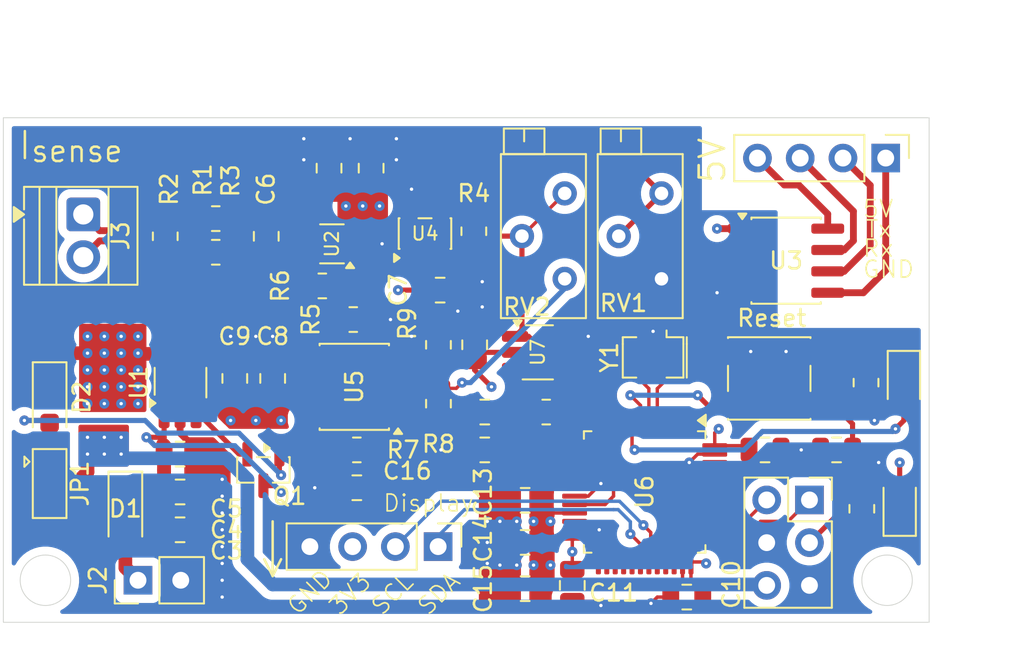
<source format=kicad_pcb>
(kicad_pcb (version 20241229) (generator "pcbnew") (generator_version "9.0")
  (layers (0 "F.Cu" signal) (4 "In1.Cu" signal) (6 "In2.Cu" signal) (2 "B.Cu" signal) (13 "F.Paste" user) (15 "B.Paste" user) (5 "F.SilkS" user "F.Silkscreen") (7 "B.SilkS" user "B.Silkscreen") (1 "F.Mask" user) (3 "B.Mask" user) (25 "Edge.Cuts" user))
  (net 0 "")
  (net 1 "+3.3V")
  (net 2 "GND")
  (net 3 "+5V")
  (net 4 "/~{RESET}")
  (net 5 "ADC_in")
  (net 6 "Trig")
  (net 7 "+5VD")
  (net 8 "+3.3VP")
  (net 9 "Net-(D3-K)")
  (net 10 "GPIO_LED")
  (net 11 "Net-(D4-K)")
  (net 12 "USB_TxD")
  (net 13 "USB_RxD")
  (net 14 "USB_GND")
  (net 15 "USB_+5")
  (net 16 "/SWDIO")
  (net 17 "/SWCLK")
  (net 18 "MCU_I2C_SCL")
  (net 19 "MCU_I2C_SDA")
  (net 20 "Net-(Q1-S)")
  (net 21 "V_{buf}")
  (net 22 "Current_measure")
  (net 23 "Trig_{gen}")
  (net 24 "MCU_TxD")
  (net 25 "MCU_RxD")
  (net 26 "REF_{offset}")
  (net 27 "V_{ref}")
  (net 46 "/xTAL-")
  (net 48 "/xTAL+")
  (net 57 "Net-(U2-+)")
  (net 58 "Net-(U2--)")
  (net 59 "Net-(R5-Pad2)")
  (net 60 "Net-(U5-+)")
  (net 61 "Net-(U5--)")
  (net 66 "/I_{sense}+")
  (net 67 "/I_{sense}-")
  (net 68 "Net-(C18-Pad1)")
  (net 69 "Net-(U4-+)")
  (net 70 "/V_{prog}")
  (footprint "Package_SO:SOIC-8_3.9x4.9mm_P1.27mm" (layer "F.Cu") (at 95.85 41 180)
    (property "Reference" "U5")
    (property "Value" "OPA350" (hide yes))
  )
  (footprint "Resistor_SMD:R_0805_2012Metric" (layer "F.Cu") (at 107.25 42.5 180)
    (property "Reference" "R10" (hide yes))
    (property "Value" "220")
  )
  (footprint "Capacitor_SMD:C_0805_2012Metric" (layer "F.Cu") (at 124.5 44.75 180)
    (property "Reference" "C17" (hide yes))
    (property "Value" "100n")
  )
  (footprint "Resistor_SMD:R_0805_2012Metric" (layer "F.Cu") (at 126 48.25 90)
    (property "Reference" "R11" (hide yes))
    (property "Value" "1k" (hide yes))
  )
  (footprint "Capacitor_SMD:C_0805_2012Metric" (layer "F.Cu") (at 96.85 28 90)
    (property "Reference" "C1" (hide yes))
    (property "Value" "0.1u" (hide yes))
  )
  (footprint "Potentiometer_THT:Potentiometer_Bourns_3296Z_Horizontal" (layer "F.Cu") (at 114.1 34.58 -90)
    (property "Reference" "RV1")
    (property "Value" "2k")
  )
  (footprint "Package_TO_SOT_SMD:SOT-23-5_HandSoldering" (layer "F.Cu") (at 106.75 38.95)
    (property "Reference" "U7")
    (property "Value" "OPA333xxDBV")
  )
  (footprint "Connector_PinSocket_2.54mm:PinSocket_2x03_P2.54mm_Vertical" (layer "F.Cu") (at 122.89 47.725)
    (property "Reference" "J5" (hide yes))
    (property "Value" "Conn_02x03_Counter_Clockwise")
  )
  (footprint "Resistor_SMD:R_0805_2012Metric" (layer "F.Cu") (at 100.85 38.5 90)
    (property "Reference" "R9")
    (property "Value" "100")
  )
  (footprint "Resistor_SMD:R_0805_2012Metric" (layer "F.Cu") (at 87.61875 31)
    (property "Reference" "R1")
    (property "Value" "1k" (hide yes))
  )
  (footprint "Diode_SMD:D_SOD-123F" (layer "F.Cu") (at 77.75 41.75 -90)
    (property "Reference" "D2")
    (property "Value" "MBR1020VL")
  )
  (footprint "Resistor_SMD:R_0805_2012Metric" (layer "F.Cu") (at 102.95 31.75 90)
    (property "Reference" "R4")
    (property "Value" "19.1k")
  )
  (footprint "Capacitor_SMD:C_0805_2012Metric" (layer "F.Cu") (at 108.8 52.8 -90)
    (property "Reference" "C11")
    (property "Value" "100n")
  )
  (footprint "Capacitor_SMD:C_0805_2012Metric" (layer "F.Cu") (at 91 40.5 90)
    (property "Reference" "C8")
    (property "Value" "0.1µ")
  )
  (footprint "Package_TO_SOT_SMD:SOT-363_SC-70-6_Handsoldering" (layer "F.Cu") (at 94.52 32.5 180)
    (property "Reference" "U2")
    (property "Value" "INA186")
  )
  (footprint "Capacitor_SMD:C_0805_2012Metric" (layer "F.Cu") (at 106 53 180)
    (property "Reference" "C15")
    (property "Value" "4.7u")
  )
  (footprint "Capacitor_SMD:C_0805_2012Metric" (layer "F.Cu") (at 120.25 44.75)
    (property "Reference" "C12" (hide yes))
    (property "Value" "100n")
  )
  (footprint "Capacitor_SMD:C_0805_2012Metric" (layer "F.Cu") (at 94.35 28 90)
    (property "Reference" "C2" (hide yes))
    (property "Value" "4.7u" (hide yes))
  )
  (footprint "LED_SMD:LED_0805_2012Metric_Pad1.15x1.40mm_HandSolder" (layer "F.Cu") (at 128.25 48 90)
    (property "Reference" "D3" (hide yes))
    (property "Value" "LED" (hide yes))
  )
  (footprint "Package_TO_SOT_SMD:SOT-23" (layer "F.Cu") (at 90.45 45.9375 -90)
    (property "Reference" "Q1")
    (property "Value" "Si2319CDS")
  )
  (footprint "Capacitor_SMD:C_0805_2012Metric" (layer "F.Cu") (at 106 50.25 180)
    (property "Reference" "C14")
    (property "Value" "1u")
  )
  (footprint "Resistor_SMD:R_0805_2012Metric" (layer "F.Cu") (at 96 44.75 180)
    (property "Reference" "R7")
    (property "Value" "10")
  )
  (footprint "Capacitor_SMD:C_0805_2012Metric" (layer "F.Cu") (at 85.5 49.5)
    (property "Reference" "C3")
    (property "Value" "10u")
  )
  (footprint "TerminalBlock:TerminalBlock_Xinya_XY308-2.54-2P_1x02_P2.54mm_Horizontal" (layer "F.Cu") (at 79.75 30.75 -90)
    (property "Reference" "J3")
    (property "Value" "Screw_Terminal_01x02" (hide yes))
  )
  (footprint "Diode_SMD:D_SOD-123F" (layer "F.Cu") (at 82.25 48.25 -90)
    (property "Reference" "D1")
    (property "Value" "MBR1020VL")
  )
  (footprint "Resistor_SMD:R_0805_2012Metric" (layer "F.Cu") (at 100.85 42 90)
    (property "Reference" "R8")
    (property "Value" "1.62M")
  )
  (footprint "Resistor_SMD:R_0805_2012Metric" (layer "F.Cu") (at 87.61875 33)
    (property "Reference" "R3")
    (property "Value" "1k" (hide yes))
  )
  (footprint "Connector_PinHeader_2.54mm:PinHeader_1x04_P2.54mm_Vertical" (layer "F.Cu") (at 127.42 27.4 -90)
    (property "Reference" "J1" (hide yes))
    (property "Value" "Conn_01x04_Pin" (hide yes))
  )
  (footprint "Package_TO_SOT_SMD:TSOT-23-5_HandSoldering" (layer "F.Cu") (at 85.5 40.75 90)
    (property "Reference" "U1")
    (property "Value" "MIC5365-3.3YD5")
  )
  (footprint "Jumper:SolderJumper-3_P1.3mm_Open_Pad1.0x1.5mm" (layer "F.Cu") (at 77.75 46.75 -90)
    (property "Reference" "JP1")
    (property "Value" "SolderJumper_3_Open")
  )
  (footprint "Capacitor_SMD:C_0805_2012Metric" (layer "F.Cu") (at 88.75 40.5 90)
    (property "Reference" "C9")
    (property "Value" "4.7µ")
  )
  (footprint "Capacitor_SMD:C_0805_2012Metric" (layer "F.Cu") (at 106 47.75 180)
    (property "Reference" "C13")
    (property "Value" "100n")
  )
  (footprint "Package_TO_SOT_SMD:SOT-23-5" (layer "F.Cu") (at 100.05 31.8875 90)
    (property "Reference" "U4")
    (property "Value" "OPA333xxDBV" (hide yes))
  )
  (footprint "Capacitor_SMD:C_0805_2012Metric" (layer "F.Cu") (at 115.6 53.5 180)
    (property "Reference" "C10")
    (property "Value" "100n")
  )
  (footprint "Connector_PinHeader_2.54mm:PinHeader_1x02_P2.54mm_Vertical" (layer "F.Cu") (at 83 52.5 90)
    (property "Reference" "J2")
    (property "Value" "Conn_01x02" (hide yes))
  )
  (footprint "Crystal:Resonator_SMD_Murata_CSTxExxV-3Pin_3.0x1.1mm" (layer "F.Cu") (at 113.6 39.25 180)
    (property "Reference" "Y1")
    (property "Value" "8MHz")
  )
  (footprint "Potentiometer_THT:Potentiometer_Bourns_3296Z_Horizontal" (layer "F.Cu") (at 108.35 34.58 -90)
    (property "Reference" "RV2")
    (property "Value" "2k")
  )
  (footprint "Capacitor_SMD:C_0805_2012Metric" (layer "F.Cu") (at 103.6 44.75 180)
    (property "Reference" "C19" (hide yes))
    (property "Value" "10n")
  )
  (footprint "Resistor_SMD:R_0805_2012Metric" (layer "F.Cu") (at 95.7875 37 180)
    (property "Reference" "R5")
    (property "Value" "100k")
  )
  (footprint "Package_QFP:LQFP-48_7x7mm_P0.5mm" (layer "F.Cu") (at 113.1 47.25 -90)
    (property "Reference" "U6")
    (property "Value" "STM32G431C8Tx")
  )
  (footprint "LED_SMD:LED_0805_2012Metric_Pad1.15x1.40mm_HandSolder" (layer "F.Cu") (at 128.5 40.725 -90)
    (property "Reference" "D4" (hide yes))
    (property "Value" "LED" (hide yes))
  )
  (footprint "Capacitor_SMD:C_0805_2012Metric" (layer "F.Cu") (at 85.5 45)
    (property "Reference" "C5")
    (property "Value" "100n")
  )
  (footprint "Capacitor_SMD:C_0805_2012Metric" (layer "F.Cu") (at 96 47 180)
    (property "Reference" "C16")
    (property "Value" "0.1µ")
  )
  (footprint "Capacitor_SMD:C_0805_2012Metric" (layer "F.Cu") (at 100.95 35.25)
    (property "Reference" "C7")
    (property "Value" "100n" (hide yes))
  )
  (footprint "Capacitor_SMD:C_0805_2012Metric" (layer "F.Cu") (at 103 38.5 90)
    (property "Reference" "C20" (hide yes))
    (property "Value" "100n")
  )
  (footprint "Package_SO:SOIC-8_3.9x4.9mm_P1.27mm" (layer "F.Cu") (at 121.5 33.5)
    (property "Reference" "U3")
    (property "Value" "ISO652")
  )
  (footprint "Connector_PinHeader_2.54mm:PinHeader_1x04_P2.54mm_Vertical" (layer "F.Cu") (at 100.83 50.5 -90)
    (property "Reference" "J6" (hide yes))
    (property "Value" "Conn_01x04")
  )
  (footprint "Capacitor_SMD:C_0805_2012Metric" (layer "F.Cu") (at 85.5 47.25)
    (property "Reference" "C4")
    (property "Value" "1u")
  )
  (footprint "Capacitor_SMD:C_0805_2012Metric" (layer "F.Cu") (at 90.61875 32.05 -90)
    (property "Reference" "C6")
    (property "Value" "22n" (hide yes))
  )
  (footprint "Capacitor_SMD:C_0805_2012Metric" (layer "F.Cu") (at 103.6 42.5 180)
    (property "Reference" "C18" (hide yes))
    (property "Value" "100n")
  )
  (footprint "Button_Switch_SMD:SW_SPST_PTS647_Sx38" (layer "F.Cu") (at 120.5 40.5)
    (property "Reference" "SW1" (hide yes))
    (property "Value" "SW_Push")
  )
  (footprint "Resistor_SMD:R_0805_2012Metric" (layer "F.Cu") (at 93.95 35)
    (property "Reference" "R6")
    (property "Value" "10k")
  )
  (footprint "Resistor_SMD:R_0805_2012Metric" (layer "F.Cu") (at 84.61875 32.05 -90)
    (property "Reference" "R2")
    (property "Value" "100" (hide yes))
  )
  (footprint "Resistor_SMD:R_0805_2012Metric" (layer "F.Cu") (at 126.25 40.75 -90)
    (property "Reference" "R12" (hide yes))
    (property "Value" "1k")
  )
  (gr_line (start 91.5 51.25) (end 91 52.25) (stroke (width 0.15)) (layer "F.SilkS"))
  (gr_line (start 90.5 51.25) (end 91 52.25) (stroke (width 0.15)) (layer "F.SilkS"))
  (gr_line (start 91 49) (end 91 52.25) (stroke (width 0.15)) (layer "F.SilkS"))
  (gr_rect (start 75 25) (end 130 55) (stroke (width 0.05)) (fill no) (layer "Edge.Cuts"))
  (gr_circle (center 77.5 52.5) (end 79 52.5) (stroke (width 0.05)) (fill no) (layer "Edge.Cuts"))
  (gr_circle (center 127.5 52.5) (end 127.5 54) (stroke (width 0.05)) (fill no) (layer "Edge.Cuts"))
  (gr_text "Display" (at 97.5 48.5 0) (layer "F.SilkS") (effects (font (size 1 1) (thickness 0.1)) (justify left bottom)))
  (gr_text "GND" (at 126 34.6 0) (layer "F.SilkS") (effects (font (size 1 1) (thickness 0.1)) (justify left bottom)))
  (gr_text "GND" (at 92.5 54.75 45) (layer "F.SilkS") (effects (font (size 1 1) (thickness 0.1)) (justify left bottom)))
  (gr_text "Tx" (at 126.15 32.2 0) (layer "F.SilkS") (effects (font (size 1 1) (thickness 0.1)) (justify left bottom)))
  (gr_text "Rx" (at 126 33.35 0) (layer "F.SilkS") (effects (font (size 1 1) (thickness 0.1)) (justify left bottom)))
  (gr_text "SCL" (at 97.5 54.75 45) (layer "F.SilkS") (effects (font (size 1 1) (thickness 0.1)) (justify left bottom)))
  (gr_text "I_{sense}" (at 75.8 27.6 0) (layer "F.SilkS") (effects (font (size 1.6 1.6)) (justify left bottom)))
  (gr_text "Reset" (at 118.5 37.5 0) (layer "F.SilkS") (effects (font (size 1 1)) (justify left bottom)))
  (gr_text "5V\n" (at 118 29 90) (layer "F.SilkS") (effects (font (size 1.5 1.5) (thickness 0.16)) (justify left bottom)))
  (gr_text "3V3" (at 95 54.75 45) (layer "F.SilkS") (effects (font (size 1 1) (thickness 0.1)) (justify left bottom)))
  (gr_text "5V\n" (at 126 31 0) (layer "F.SilkS") (effects (font (size 1 1) (thickness 0.1)) (justify left bottom)))
  (gr_text "SDA" (at 100.25 54.75 45) (layer "F.SilkS") (effects (font (size 1 1) (thickness 0.1)) (justify left bottom)))
  (segment (start 103 40) (end 104 41) (width 0.3048) (layer "F.Cu") (net 1))
  (segment (start 108.8 50.1375) (end 108.9375 50) (width 0.2032) (layer "F.Cu") (net 1))
  (segment (start 117.2625 44.5) (end 119.05 44.5) (width 0.2032) (layer "F.Cu") (net 1))
  (segment (start 100 35.25) (end 98.45 35.25) (width 0.3048) (layer "F.Cu") (net 1))
  (segment (start 128.25 46.975) (end 128.25 45.5) (width 0.3048) (layer "F.Cu") (net 1))
  (segment (start 100 33.075) (end 100.05 33.025) (width 0.3048) (layer "F.Cu") (net 1))
  (segment (start 108.8 51.85) (end 108.8 50.1375) (width 0.2032) (layer "F.Cu") (net 1))
  (segment (start 103 39.45) (end 103.5 38.95) (width 0.3048) (layer "F.Cu") (net 1))
  (segment (start 107.7 48.5) (end 106.95 47.75) (width 0.2032) (layer "F.Cu") (net 1))
  (segment (start 117.2625 43.7375) (end 117.5 43.5) (width 0.2032) (layer "F.Cu") (net 1))
  (segment (start 77.75 40.35) (end 77.75 39.75) (width 0.8128) (layer "F.Cu") (net 1))
  (segment (start 116.6625 51.4125) (end 116.75 51.5) (width 0.2032) (layer "F.Cu") (net 1))
  (segment (start 91.185 41.635) (end 91 41.45) (width 0.4064) (layer "F.Cu") (net 1))
  (segment (start 103.5 38.95) (end 105.4 38.95) (width 0.3048) (layer "F.Cu") (net 1))
  (segment (start 115.85 51.4125) (end 115.85 52.8) (width 0.2032) (layer "F.Cu") (net 1))
  (segment (start 84.55 39.04) (end 83.04 39.04) (width 0.8128) (layer "F.Cu") (net 1))
  (segment (start 115.85 51.4125) (end 116.6625 51.4125) (width 0.2032) (layer "F.Cu") (net 1))
  (segment (start 78.5 39) (end 80 39) (width 0.8128) (layer "F.Cu") (net 1))
  (segment (start 100 35.25) (end 100 33.075) (width 0.3048) (layer "F.Cu") (net 1))
  (segment (start 103 39.45) (end 103 40) (width 0.3048) (layer "F.Cu") (net 1))
  (segment (start 119.05 44.5) (end 119.3 44.75) (width 0.2032) (layer "F.Cu") (net 1))
  (segment (start 115.85 52.8) (end 116.55 53.5) (width 0.2032) (layer "F.Cu") (net 1))
  (segment (start 83.04 39.04) (end 83 39) (width 0.8128) (layer "F.Cu") (net 1))
  (segment (start 77.75 39.75) (end 78.5 39) (width 0.8128) (layer "F.Cu") (net 1))
  (segment (start 108.9375 48.5) (end 107.7 48.5) (width 0.2032) (layer "F.Cu") (net 1))
  (segment (start 117.4 31.595) (end 119.025 31.595) (width 0.4064) (layer "F.Cu") (net 1))
  (segment (start 117.2625 44.5) (end 117.2625 43.7375) (width 0.2032) (layer "F.Cu") (net 1))
  (via (at 82 39) (size 0.6) (drill 0.2) (layers "F.Cu" "B.Cu") (net 1))
  (via (at 117.5 43.5) (size 0.6) (drill 0.2) (layers "F.Cu" "B.Cu") (net 1))
  (via (at 107.5 51.6) (size 0.6) (drill 0.2) (layers "F.Cu" "B.Cu") (net 1))
  (via (at 83 39) (size 0.6) (drill 0.2) (layers "F.Cu" "B.Cu") (net 1))
  (via (at 98.45 35.25) (size 0.6) (drill 0.2) (layers "F.Cu" "B.Cu") (net 1))
  (via (at 81 41) (size 0.6) (drill 0.2) (layers "F.Cu" "B.Cu") (net 1))
  (via (at 80 41) (size 0.6) (drill 0.2) (layers "F.Cu" "B.Cu") (net 1))
  (via (at 81 38) (size 0.6) (drill 0.2) (layers "F.Cu" "B.Cu") (net 1))
  (via (at 80 40) (size 0.6) (drill 0.2) (layers "F.Cu" "B.Cu") (net 1))
  (via (at 107.5 49) (size 0.6) (drill 0.2) (layers "F.Cu" "B.Cu") (net 1))
  (via (at 80 42) (size 0.6) (drill 0.2) (layers "F.Cu" "B.Cu") (net 1))
  (via (at 116.75 51.5) (size 0.6) (drill 0.2) (layers "F.Cu" "B.Cu") (net 1))
  (via (at 96.35 30.25) (size 0.6) (drill 0.2) (layers "F.Cu" "B.Cu") (net 1))
  (via (at 83 41) (size 0.6) (drill 0.2) (layers "F.Cu" "B.Cu") (net 1))
  (via (at 80 39) (size 0.6) (drill 0.2) (layers "F.Cu" "B.Cu") (net 1))
  (via (at 83 40) (size 0.6) (drill 0.2) (layers "F.Cu" "B.Cu") (net 1))
  (via (at 108.8 50.8) (size 0.6) (drill 0.2) (layers "F.Cu" "B.Cu") (net 1))
  (via (at 117.4 31.595) (size 0.6) (drill 0.2) (layers "F.Cu" "B.Cu") (net 1))
  (via (at 104 41) (size 0.6) (drill 0.2) (layers "F.Cu" "B.Cu") (net 1))
  (via (at 97.35 30.25) (size 0.6) (drill 0.2) (layers "F.Cu" "B.Cu") (net 1))
  (via (at 82 38) (size 0.6) (drill 0.2) (layers "F.Cu" "B.Cu") (net 1))
  (via (at 91.5 43) (size 0.6) (drill 0.2) (layers "F.Cu" "B.Cu") (net 1))
  (via (at 81 42) (size 0.6) (drill 0.2) (layers "F.Cu" "B.Cu") (net 1))
  (via (at 81 40) (size 0.6) (drill 0.2) (layers "F.Cu" "B.Cu") (net 1))
  (via (at 88.5 43) (size 0.6) (drill 0.2) (layers "F.Cu" "B.Cu") (net 1))
  (via (at 81 39) (size 0.6) (drill 0.2) (layers "F.Cu" "B.Cu") (net 1))
  (via (at 82 41) (size 0.6) (drill 0.2) (layers "F.Cu" "B.Cu") (net 1))
  (via (at 80 38) (size 0.6) (drill 0.2) (layers "F.Cu" "B.Cu") (net 1))
  (via (at 82 40) (size 0.6) (drill 0.2) (layers "F.Cu" "B.Cu") (net 1))
  (via (at 95.35 30.25) (size 0.6) (drill 0.2) (layers "F.Cu" "B.Cu") (net 1))
  (via (at 83 42) (size 0.6) (drill 0.2) (layers "F.Cu" "B.Cu") (net 1))
  (via (at 90 43) (size 0.6) (drill 0.2) (layers "F.Cu" "B.Cu") (net 1))
  (via (at 82 42) (size 0.6) (drill 0.2) (layers "F.Cu" "B.Cu") (net 1))
  (via (at 83 38) (size 0.6) (drill 0.2) (layers "F.Cu" "B.Cu") (net 1))
  (via (at 106.5 49) (size 0.6) (drill 0.2) (layers "F.Cu" "B.Cu") (net 1))
  (via (at 106.5 51.6) (size 0.6) (drill 0.2) (layers "F.Cu" "B.Cu") (net 1))
  (via (at 128.25 45.5) (size 0.6) (drill 0.2) (layers "F.Cu" "B.Cu") (net 1))
  (segment (start 97.4976 32.5) (end 97.5 32.4976) (width 0.2032) (layer "F.Cu") (net 2))
  (segment (start 110.4 49.5) (end 108.9375 49.5) (width 0.2032) (layer "F.Cu") (net 2))
  (segment (start 108.8 53.75) (end 110.25 53.75) (width 0.2032) (layer "F.Cu") (net 2))
  (segment (start 102.65 44.75) (end 101 44.75) (width 0.3048) (layer "F.Cu") (net 2))
  (segment (start 108.9375 47.5) (end 109.75 47.5) (width 0.2032) (layer "F.Cu") (net 2))
  (segment (start 99.1 30.75) (end 99.1 29.4) (width 0.2032) (layer "F.Cu") (net 2))
  (segment (start 95.85 32.5) (end 97.4976 32.5) (width 0.2032) (layer "F.Cu") (net 2))
  (segment (start 122.4 44.75) (end 121.2 44.75) (width 0.2032) (layer "F.Cu") (net 2))
  (segment (start 117.875 38.9) (end 119.4 38.9) (width 0.3048) (layer "F.Cu") (net 2))
  (segment (start 99.1 29.4) (end 99.25 29.25) (width 0.2032) (layer "F.Cu") (net 2))
  (segment (start 95.05 47) (end 93.5 47) (width 0.3048) (layer "F.Cu") (net 2))
  (segment (start 113.85 53.5) (end 114.65 53.5) (width 0.2032) (layer "F.Cu") (net 2))
  (segment (start 85.5 42.46) (end 85.5 43.75) (width 0.4064) (layer "F.Cu") (net 2))
  (segment (start 126 46.5) (end 127 45.5) (width 0.3048) (layer "F.Cu") (net 2))
  (segment (start 126 47.3375) (end 126 46.5) (width 0.3048) (layer "F.Cu") (net 2))
  (segment (start 115.35 52.8) (end 114.65 53.5) (width 0.2032) (layer "F.Cu") (net 2))
  (segment (start 122.4 44.75) (end 123.55 44.75) (width 0.2032) (layer "F.Cu") (net 2))
  (segment (start 86.45 44.7) (end 86.45 45) (width 0.4064) (layer "F.Cu") (net 2))
  (segment (start 85.5 43.75) (end 86.45 44.7) (width 0.4064) (layer "F.Cu") (net 2))
  (segment (start 113.6 37.7016) (end 113.6 39.25) (width 0.3048) (layer "F.Cu") (net 2))
  (segment (start 113.475 53.875) (end 113.85 53.5) (width 0.2032) (layer "F.Cu") (net 2))
  (segment (start 108.1 38) (end 109.75 38) (width 0.3048) (layer "F.Cu") (net 2))
  (segment (start 110.25 53.75) (end 110.5 54) (width 0.2032) (layer "F.Cu") (net 2))
  (segment (start 116.25 45) (end 115.75 45.5) (width 0.2032) (layer "F.Cu") (net 2))
  (segment (start 117.2625 45) (end 116.25 45) (width 0.2032) (layer "F.Cu") (net 2))
  (segment (start 126.25 42.5) (end 126.75 43) (width 0.3048) (layer "F.Cu") (net 2))
  (segment (start 123.125 38.9) (end 121.5 38.9) (width 0.3048) (layer "F.Cu") (net 2))
  (segment (start 117.4 35.405) (end 119.025 35.405) (width 0.4064) (layer "F.Cu") (net 2))
  (segment (start 115.35 51.4125) (end 115.35 52.8) (width 0.2032) (layer "F.Cu") (net 2))
  (segment (start 109.75 47.5) (end 110.5 46.75) (width 0.2032) (layer "F.Cu") (net 2))
  (segment (start 126.25 41.6625) (end 126.25 42.5) (width 0.3048) (layer "F.Cu") (net 2))
  (via (at 88 46.5) (size 0.6) (drill 0.2) (layers "F.Cu" "B.Cu") (net 2))
  (via (at 103.45 34.75) (size 0.6) (drill 0.2) (layers "F.Cu" "B.Cu") (net 2))
  (via (at 90 38) (size 0.6) (drill 0.2) (layers "F.Cu" "B.Cu") (net 2))
  (via (at 92.85 27.5) (size 0.6) (drill 0.2) (layers "F.Cu" "B.Cu") (net 2))
  (via (at 88 47.5) (size 0.6) (drill 0.2) (layers "F.Cu" "B.Cu") (net 2))
  (via (at 122.4 44.75) (size 0.6) (drill 0.2) (layers "F.Cu" "B.Cu") (net 2))
  (via (at 121.5 38.9) (size 0.6) (drill 0.2) (layers "F.Cu" "B.Cu") (net 2))
  (via (at 88.5 38) (size 0.6) (drill 0.2) (layers "F.Cu" "B.Cu") (net 2))
  (via (at 104.5 49) (size 0.6) (drill 0.2) (layers "F.Cu" "B.Cu") (net 2))
  (via (at 119.4 38.9) (size 0.6) (drill 0.2) (layers "F.Cu" "B.Cu") (net 2))
  (via (at 98.35 26.25) (size 0.6) (drill 0.2) (layers "F.Cu" "B.Cu") (net 2))
  (via (at 101 44.75) (size 0.6) (drill 0.2) (layers "F.Cu" "B.Cu") (net 2))
  (via (at 105.5 49) (size 0.6) (drill 0.2) (layers "F.Cu" "B.Cu") (net 2))
  (via (at 88 50.5) (size 0.6) (drill 0.2) (layers "F.Cu" "B.Cu") (net 2))
  (via (at 99.25 38) (size 0.6) (drill 0.2) (layers "F.Cu" "B.Cu") (net 2))
  (via (at 110.5 46.75) (size 0.6) (drill 0.2) (layers "F.Cu" "B.Cu") (net 2))
  (via (at 103.75 51.5) (size 0.6) (drill 0.2) (layers "F.Cu" "B.Cu") (net 2))
  (via (at 88 49.5) (size 0.6) (drill 0.2) (layers "F.Cu" "B.Cu") (net 2))
  (via (at 93.5 47) (size 0.6) (drill 0.2) (layers "F.Cu" "B.Cu") (net 2))
  (via (at 103.75 50.25) (size 0.6) (drill 0.2) (layers "F.Cu" "B.Cu") (net 2))
  (via (at 92.85 26.25) (size 0.6) (drill 0.2) (layers "F.Cu" "B.Cu") (net 2))
  (via (at 91 38) (size 0.6) (drill 0.2) (layers "F.Cu" "B.Cu") (net 2))
  (via (at 110.5 54) (size 0.6) (drill 0.2) (layers "F.Cu" "B.Cu") (net 2))
  (via (at 95.6 26.25) (size 0.6) (drill 0.2) (layers "F.Cu" "B.Cu") (net 2))
  (via (at 88 51.5) (size 0.6) (drill 0.2) (layers "F.Cu" "B.Cu") (net 2))
  (via (at 88 52.5) (size 0.6) (drill 0.2) (layers "F.Cu" "B.Cu") (net 2))
  (via (at 117.4 35.405) (size 0.6) (drill 0.2) (layers "F.Cu" "B.Cu") (net 2))
  (via (at 110.4 49.5) (size 0.6) (drill 0.2) (layers "F.Cu" "B.Cu") (net 2))
  (via (at 102 36.5) (size 0.6) (drill 0.2) (layers "F.Cu" "B.Cu") (net 2))
  (via (at 105.5 51.6) (size 0.6) (drill 0.2) (layers "F.Cu" "B.Cu") (net 2))
  (via (at 127 45.5) (size 0.6) (drill 0.2) (layers "F.Cu" "B.Cu") (net 2))
  (via (at 99.25 29.25) (size 0.6) (drill 0.2) (layers "F.Cu" "B.Cu") (net 2))
  (via (at 103.75 49) (size 0.6) (drill 0.2) (layers "F.Cu" "B.Cu") (net 2))
  (via (at 109.75 38) (size 0.6) (drill 0.2) (layers "F.Cu" "B.Cu") (net 2))
  (via (at 103.45 36.25) (size 0.6) (drill 0.2) (layers "F.Cu" "B.Cu") (net 2))
  (via (at 88 53.5) (size 0.6) (drill 0.2) (layers "F.Cu" "B.Cu") (net 2))
  (via (at 113.6 37.7016) (size 0.6) (drill 0.2) (layers "F.Cu" "B.Cu") (net 2))
  (via (at 104.5 51.6) (size 0.6) (drill 0.2) (layers "F.Cu" "B.Cu") (net 2))
  (via (at 113.475 53.875) (size 0.6) (drill 0.2) (layers "F.Cu" "B.Cu") (net 2))
  (via (at 126.75 43) (size 0.6) (drill 0.2) (layers "F.Cu" "B.Cu") (net 2))
  (via (at 98.35 27.5) (size 0.6) (drill 0.2) (layers "F.Cu" "B.Cu") (net 2))
  (via (at 115.75 45.5) (size 0.6) (drill 0.2) (layers "F.Cu" "B.Cu") (net 2))
  (via (at 98 37) (size 0.6) (drill 0.2) (layers "F.Cu" "B.Cu") (net 2))
  (via (at 97.5 32.4976) (size 0.6) (drill 0.2) (layers "F.Cu" "B.Cu") (net 2))
  (via (at 88 48.5) (size 0.6) (drill 0.2) (layers "F.Cu" "B.Cu") (net 2))
  (segment (start 91.125 46.875) (end 91.5 47.25) (width 0.3048) (layer "F.Cu") (net 3))
  (segment (start 80.9 46.85) (end 82.25 46.85) (width 0.8128) (layer "F.Cu") (net 3))
  (segment (start 84.55 47.25) (end 84.55 45) (width 0.8128) (layer "F.Cu") (net 3))
  (segment (start 84.55 49.5) (end 84.55 47.25) (width 0.8128) (layer "F.Cu") (net 3))
  (segment (start 84.55 44) (end 84.55 45) (width 0.3048) (layer "F.Cu") (net 3))
  (segment (start 84.55 45) (end 84.55 44.489256) (width 0.8128) (layer "F.Cu") (net 3))
  (segment (start 84.55 44.489256) (end 84.4862 44.425456) (width 0.8128) (layer "F.Cu") (net 3))
  (segment (start 84.55 45.95) (end 84.55 45) (width 0.8128) (layer "F.Cu") (net 3))
  (segment (start 84.55 42.46) (end 84.55 44) (width 0.3048) (layer "F.Cu") (net 3))
  (segment (start 84.55 47.25) (end 84.55 45.95) (width 0.8128) (layer "F.Cu") (net 3))
  (segment (start 77.75 48.05) (end 79.7 48.05) (width 0.8128) (layer "F.Cu") (net 3))
  (segment (start 84.6784 46.0784) (end 84.55 45.95) (width 0.3048) (layer "F.Cu") (net 3))
  (segment (start 83.5 44) (end 84.55 44) (width 0.3048) (layer "F.Cu") (net 3))
  (segment (start 90.45 46.875) (end 91.125 46.875) (width 0.3048) (layer "F.Cu") (net 3))
  (segment (start 82.65 47.25) (end 84.55 47.25) (width 0.8128) (layer "F.Cu") (net 3))
  (segment (start 79.7 48.05) (end 80.9 46.85) (width 0.8128) (layer "F.Cu") (net 3))
  (segment (start 82.25 46.85) (end 82.65 47.25) (width 0.8128) (layer "F.Cu") (net 3))
  (via (at 91.5 47.25) (size 0.6) (drill 0.2) (layers "F.Cu" "B.Cu") (net 3))
  (via (at 83.5 44) (size 0.6) (drill 0.2) (layers "F.Cu" "B.Cu") (net 3))
  (segment (start 88.75 44.5) (end 88.57452 44.5) (width 0.3048) (layer "B.Cu") (net 3))
  (segment (start 88.57452 44.5) (end 88.564719 44.4902) (width 0.3048) (layer "B.Cu") (net 3))
  (segment (start 88.564719 44.4902) (end 83.9902 44.4902) (width 0.3048) (layer "B.Cu") (net 3))
  (segment (start 83.9902 44.4902) (end 83.5 44) (width 0.3048) (layer "B.Cu") (net 3))
  (segment (start 91.5 47.25) (end 88.75 44.5) (width 0.3048) (layer "B.Cu") (net 3))
  (segment (start 117.875 42.1) (end 116.85 42.1) (width 0.3048) (layer "F.Cu") (net 4))
  (segment (start 122.89 50.265) (end 124.75 48.405) (width 0.3048) (layer "F.Cu") (net 4))
  (segment (start 124.35 42.1) (end 123.125 42.1) (width 0.3048) (layer "F.Cu") (net 4))
  (segment (start 112.85 42.1) (end 112.85 43.0875) (width 0.2032) (layer "F.Cu") (net 4))
  (segment (start 125.45 44.75) (end 125.45 43.2) (width 0.3048) (layer "F.Cu") (net 4))
  (segment (start 124.75 45.45) (end 125.45 44.75) (width 0.3048) (layer "F.Cu") (net 4))
  (segment (start 124.75 48.405) (end 124.75 45.45) (width 0.3048) (layer "F.Cu") (net 4))
  (segment (start 112.25 41.5) (end 112.85 42.1) (width 0.2032) (layer "F.Cu") (net 4))
  (segment (start 116.85 42.1) (end 116.25 41.5) (width 0.3048) (layer "F.Cu") (net 4))
  (segment (start 125.45 43.2) (end 124.35 42.1) (width 0.3048) (layer "F.Cu") (net 4))
  (segment (start 123.125 42.1) (end 117.875 42.1) (width 0.3048) (layer "F.Cu") (net 4))
  (via (at 116.25 41.5) (size 0.6) (drill 0.2) (layers "F.Cu" "B.Cu") (net 4))
  (via (at 112.25 41.5) (size 0.6) (drill 0.2) (layers "F.Cu" "B.Cu") (net 4))
  (segment (start 116.25 41.5) (end 112.25 41.5) (width 0.3048) (layer "B.Cu") (net 4))
  (segment (start 106.1 46.4) (end 97.55 46.4) (width 0.3048) (layer "F.Cu") (net 5))
  (segment (start 96.9125 44.75) (end 96.9125 46.9625) (width 0.3048) (layer "F.Cu") (net 5))
  (segment (start 108.9375 45) (end 107.5 45) (width 0.2032) (layer "F.Cu") (net 5))
  (segment (start 97.55 46.4) (end 96.95 47) (width 0.3048) (layer "F.Cu") (net 5))
  (segment (start 96.9125 46.9625) (end 96.95 47) (width 0.3048) (layer "F.Cu") (net 5))
  (segment (start 107.5 45) (end 106.1 46.4) (width 0.3048) (layer "F.Cu") (net 5))
  (segment (start 100.85 42.9125) (end 102.2375 42.9125) (width 0.3048) (layer "F.Cu") (net 6))
  (segment (start 102.2375 42.9125) (end 102.65 42.5) (width 0.3048) (layer "F.Cu") (net 6))
  (segment (start 82.25 49.65) (end 82.25 51.75) (width 0.8128) (layer "F.Cu") (net 7))
  (segment (start 82.25 51.75) (end 83 52.5) (width 0.8128) (layer "F.Cu") (net 7))
  (segment (start 77.6 43) (end 77.75 43.15) (width 0.3048) (layer "F.Cu") (net 8))
  (segment (start 91.4 46.15) (end 91.5 46.25) (width 0.3048) (layer "F.Cu") (net 8))
  (segment (start 77.75 45.45) (end 77.75 43.15) (width 0.8128) (layer "F.Cu") (net 8))
  (segment (start 91.4 45) (end 91.4 46.15) (width 0.3048) (layer "F.Cu") (net 8))
  (segment (start 76.25 43) (end 77.6 43) (width 0.3048) (layer "F.Cu") (net 8))
  (via (at 76.25 43) (size 0.6) (drill 0.2) (layers "F.Cu" "B.Cu") (net 8))
  (via (at 91.5 46.25) (size 0.6) (drill 0.2) (layers "F.Cu" "B.Cu") (net 8))
  (segment (start 91.5 46.25) (end 89 43.75) (width 0.3048) (layer "B.Cu") (net 8))
  (segment (start 84.174048 43.75) (end 83.424048 43) (width 0.3048) (layer "B.Cu") (net 8))
  (segment (start 83.424048 43) (end 76.25 43) (width 0.3048) (layer "B.Cu") (net 8))
  (segment (start 89 43.75) (end 84.174048 43.75) (width 0.3048) (layer "B.Cu") (net 8))
  (segment (start 128.25 49.025) (end 126.1375 49.025) (width 0.3048) (layer "F.Cu") (net 9))
  (segment (start 126.1375 49.025) (end 126 49.1625) (width 0.3048) (layer "F.Cu") (net 9))
  (segment (start 112.35 43.0875) (end 112.35 44.6) (width 0.2032) (layer "F.Cu") (net 10))
  (segment (start 112.35 44.6) (end 112.5 44.75) (width 0.2032) (layer "F.Cu") (net 10))
  (segment (start 128.5 43) (end 128 43.5) (width 0.3048) (layer "F.Cu") (net 10))
  (segment (start 128.5 41.75) (end 128.5 43) (width 0.3048) (layer "F.Cu") (net 10))
  (via (at 128 43.5) (size 0.6) (drill 0.2) (layers "F.Cu" "B.Cu") (net 10))
  (via (at 112.5 44.75) (size 0.6) (drill 0.2) (layers "F.Cu" "B.Cu") (net 10))
  (segment (start 119 44.75) (end 112.5 44.75) (width 0.3048) (layer "B.Cu") (net 10))
  (segment (start 127.8466 43.6534) (end 120.0966 43.6534) (width 0.3048) (layer "B.Cu") (net 10))
  (segment (start 120.0966 43.6534) (end 119 44.75) (width 0.3048) (layer "B.Cu") (net 10))
  (segment (start 128 43.5) (end 127.8466 43.6534) (width 0.3048) (layer "B.Cu") (net 10))
  (segment (start 128.3625 39.8375) (end 128.5 39.7) (width 0.3048) (layer "F.Cu") (net 11))
  (segment (start 126.25 39.8375) (end 128.3625 39.8375) (width 0.3048) (layer "F.Cu") (net 11))
  (segment (start 124.949999 32.865) (end 125.5 32.314999) (width 0.4064) (layer "F.Cu") (net 12))
  (segment (start 125.5 32.314999) (end 125.5 30.56) (width 0.4064) (layer "F.Cu") (net 12))
  (segment (start 123.975 32.865) (end 124.949999 32.865) (width 0.4064) (layer "F.Cu") (net 12))
  (segment (start 125.5 30.56) (end 122.34 27.4) (width 0.4064) (layer "F.Cu") (net 12))
  (segment (start 126.5 32.584999) (end 126.5 29.02) (width 0.4064) (layer "F.Cu") (net 13))
  (segment (start 124.949999 34.135) (end 126.5 32.584999) (width 0.4064) (layer "F.Cu") (net 13))
  (segment (start 123.975 34.135) (end 124.949999 34.135) (width 0.4064) (layer "F.Cu") (net 13))
  (segment (start 126.5 29.02) (end 124.88 27.4) (width 0.4064) (layer "F.Cu") (net 13))
  (segment (start 127.42 34.08) (end 127.42 27.4) (width 0.4064) (layer "F.Cu") (net 14))
  (segment (start 123.975 35.405) (end 126.095 35.405) (width 0.4064) (layer "F.Cu") (net 14))
  (segment (start 126.095 35.405) (end 127.42 34.08) (width 0.4064) (layer "F.Cu") (net 14))
  (segment (start 119.8 27.4) (end 121.4 29) (width 0.4064) (layer "F.Cu") (net 15))
  (segment (start 121.4 29) (end 122.25 29) (width 0.4064) (layer "F.Cu") (net 15))
  (segment (start 122.25 29) (end 123.975 30.725) (width 0.4064) (layer "F.Cu") (net 15))
  (segment (start 123.975 30.725) (end 123.975 31.595) (width 0.4064) (layer "F.Cu") (net 15))
  (segment (start 119.984977 49) (end 121.615 49) (width 0.2032) (layer "F.Cu") (net 16))
  (segment (start 118.984977 50) (end 119.984977 49) (width 0.2032) (layer "F.Cu") (net 16))
  (segment (start 117.2625 50) (end 118.984977 50) (width 0.2032) (layer "F.Cu") (net 16))
  (segment (start 121.615 49) (end 122.89 47.725) (width 0.2032) (layer "F.Cu") (net 16))
  (segment (start 118.575 49.5) (end 117.2625 49.5) (width 0.2032) (layer "F.Cu") (net 17))
  (segment (start 120.35 47.725) (end 118.575 49.5) (width 0.2032) (layer "F.Cu") (net 17))
  (segment (start 113.460002 50.528912) (end 113.35 50.638914) (width 0.2032) (layer "F.Cu") (net 18))
  (segment (start 113.460002 49.660002) (end 113.460002 50.528912) (width 0.2032) (layer "F.Cu") (net 18))
  (segment (start 113.025 49.225) (end 113.460002 49.660002) (width 0.2032) (layer "F.Cu") (net 18))
  (segment (start 113.35 50.638914) (end 113.35 51.4125) (width 0.2032) (layer "F.Cu") (net 18))
  (via (at 113.025 49.225) (size 0.6) (drill 0.2) (layers "F.Cu" "B.Cu") (net 18))
  (segment (start 111.6026 47.8026) (end 108.4026 47.8026) (width 0.2032) (layer "B.Cu") (net 18))
  (segment (start 113.025 49.225) (end 111.6026 47.8026) (width 0.2032) (layer "B.Cu") (net 18))
  (segment (start 108.4 47.8) (end 100.99 47.8) (width 0.2032) (layer "B.Cu") (net 18))
  (segment (start 100.99 47.8) (end 98.29 50.5) (width 0.2032) (layer "B.Cu") (net 18))
  (segment (start 108.4026 47.8026) (end 108.4 47.8) (width 0.2032) (layer "B.Cu") (net 18))
  (segment (start 112.85 50.35) (end 112.85 51.4125) (width 0.2032) (layer "F.Cu") (net 19))
  (segment (start 112.25 49.75) (end 112.85 50.35) (width 0.2032) (layer "F.Cu") (net 19))
  (via (at 112.25 49.75) (size 0.6) (drill 0.2) (layers "F.Cu" "B.Cu") (net 19))
  (segment (start 111.528374 48.3) (end 111.989187 48.760813) (width 0.2032) (layer "B.Cu") (net 19))
  (segment (start 100.83 50.5) (end 100.83 49.87) (width 0.2032) (layer "B.Cu") (net 19))
  (segment (start 102.4 48.3) (end 108.2 48.3) (width 0.2032) (layer "B.Cu") (net 19))
  (segment (start 100.83 49.87) (end 102.1 48.6) (width 0.2032) (layer "B.Cu") (net 19))
  (segment (start 108.2 48.3) (end 111.25 48.3) (width 0.2032) (layer "B.Cu") (net 19))
  (segment (start 102.1 48.6) (end 102.4 48.3) (width 0.2032) (layer "B.Cu") (net 19))
  (segment (start 111.989187 48.760813) (end 112.25 49.021626) (width 0.2032) (layer "B.Cu") (net 19))
  (segment (start 112.25 49.021626) (end 112.25 49.75) (width 0.2032) (layer "B.Cu") (net 19))
  (segment (start 111.25 48.3) (end 111.528374 48.3) (width 0.2032) (layer "B.Cu") (net 19))
  (segment (start 87.75 43.75) (end 89 45) (width 0.3048) (layer "F.Cu") (net 20))
  (segment (start 89 45) (end 89.5 45) (width 0.3048) (layer "F.Cu") (net 20))
  (segment (start 86.45 42.46) (end 87.74 43.75) (width 0.3048) (layer "F.Cu") (net 20))
  (segment (start 87.74 43.75) (end 87.75 43.75) (width 0.3048) (layer "F.Cu") (net 20))
  (segment (start 103.5725 32.04) (end 102.95 32.6625) (width 0.3048) (layer "F.Cu") (net 21))
  (segment (start 106.2 38) (end 108.1 39.9) (width 0.3048) (layer "F.Cu") (net 21))
  (segment (start 108.35 29.5) (end 105.81 32.04) (width 0.2032) (layer "F.Cu") (net 21))
  (segment (start 105.81 37.59) (end 105.81 32.04) (width 0.3048) (layer "F.Cu") (net 21))
  (segment (start 105.81 32.04) (end 103.5725 32.04) (width 0.3048) (layer "F.Cu") (net 21))
  (segment (start 105.4 38) (end 105.81 37.59) (width 0.3048) (layer "F.Cu") (net 21))
  (segment (start 105.4 38) (end 106.2 38) (width 0.3048) (layer "F.Cu") (net 21))
  (segment (start 93.0125 33.3275) (end 93.19 33.15) (width 0.3048) (layer "F.Cu") (net 22))
  (segment (start 93.0125 35.25) (end 93.0125 33.3275) (width 0.3048) (layer "F.Cu") (net 22))
  (segment (start 108.1625 43.725) (end 108.1625 42.5) (width 0.2032) (layer "F.Cu") (net 23))
  (segment (start 108.9375 44.5) (end 108.1625 43.725) (width 0.2032) (layer "F.Cu") (net 23))
  (segment (start 119.025 34.135) (end 117.186626 34.135) (width 0.2032) (layer "F.Cu") (net 24))
  (segment (start 112.3458 36.6542) (end 111.35 37.65) (width 0.2032) (layer "F.Cu") (net 24))
  (segment (start 111.35 37.65) (end 111.35 43.0875) (width 0.2032) (layer "F.Cu") (net 24))
  (segment (start 117.186626 34.135) (end 114.667425 36.6542) (width 0.2032) (layer "F.Cu") (net 24))
  (segment (start 114.667425 36.6542) (end 112.3458 36.6542) (width 0.2032) (layer "F.Cu") (net 24))
  (segment (start 110.85 37.35) (end 111.95 36.25) (width 0.2032) (layer "F.Cu") (net 25))
  (segment (start 110.85 43.0875) (end 110.85 37.35) (width 0.2032) (layer "F.Cu") (net 25))
  (segment (start 117.885 32.865) (end 119.025 32.865) (width 0.2032) (layer "F.Cu") (net 25))
  (segment (start 111.95 36.25) (end 114.5 36.25) (width 0.2032) (layer "F.Cu") (net 25))
  (segment (start 114.5 36.25) (end 117.885 32.865) (width 0.2032) (layer "F.Cu") (net 25))
  (segment (start 101 31.2) (end 101 30.75) (width 0.3048) (layer "F.Cu") (net 26))
  (segment (start 100.45 31.75) (end 101 31.2) (width 0.3048) (layer "F.Cu") (net 26))
  (segment (start 99.1 33.025) (end 99.1 32.1) (width 0.3048) (layer "F.Cu") (net 26))
  (segment (start 99.45 31.75) (end 100.45 31.75) (width 0.3048) (layer "F.Cu") (net 26))
  (segment (start 99.1 32.1) (end 99.45 31.75) (width 0.3048) (layer "F.Cu") (net 26))
  (segment (start 98.975 33.15) (end 99.1 33.025) (width 0.3048) (layer "F.Cu") (net 26))
  (segment (start 95.85 33.15) (end 98.975 33.15) (width 0.3048) (layer "F.Cu") (net 26))
  (segment (start 111.25 45.25) (end 111.25 47.5) (width 0.2032) (layer "F.Cu") (net 27))
  (segment (start 110.116514 44.1276) (end 110.1276 44.1276) (width 0.2032) (layer "F.Cu") (net 27))
  (segment (start 109.5 41.75) (end 109.5 43.5) (width 0.2032) (layer "F.Cu") (net 27))
  (segment (start 110.1276 44.1276) (end 111.25 45.25) (width 0.2032) (layer "F.Cu") (net 27))
  (segment (start 105.4 39.9) (end 105.4 40.4) (width 0.2032) (layer "F.Cu") (net 27))
  (segment (start 105.4 40.4) (end 106.25 41.25) (width 0.2032) (layer "F.Cu") (net 27))
  (segment (start 106.25 41.25) (end 109 41.25) (width 0.2032) (layer "F.Cu") (net 27))
  (segment (start 110.75 48) (end 108.9375 48) (width 0.2032) (layer "F.Cu") (net 27))
  (segment (start 109 41.25) (end 109.5 41.75) (width 0.2032) (layer "F.Cu") (net 27))
  (segment (start 111.25 47.5) (end 110.75 48) (width 0.2032) (layer "F.Cu") (net 27))
  (segment (start 109.5 43.5) (end 109.8974 43.8974) (width 0.2032) (layer "F.Cu") (net 27))
  (segment (start 109.8974 43.908486) (end 110.116514 44.1276) (width 0.2032) (layer "F.Cu") (net 27))
  (segment (start 109.8974 43.8974) (end 109.8974 43.908486) (width 0.2032) (layer "F.Cu") (net 27))
  (segment (start 113.35 41.1077) (end 113.35 43.1452) (width 0.2) (layer "F.Cu") (net 46))
  (segment (start 112.4 40.1577) (end 113.35 41.1077) (width 0.2) (layer "F.Cu") (net 46))
  (segment (start 112.4 39.4077) (end 112.4 40.1577) (width 0.2) (layer "F.Cu") (net 46))
  (segment (start 114.8 40.1577) (end 113.85 41.1077) (width 0.2) (layer "F.Cu") (net 48))
  (segment (start 114.8 39.4077) (end 114.8 40.1577) (width 0.2) (layer "F.Cu") (net 48))
  (segment (start 113.85 41.1077) (end 113.85 43.1452) (width 0.2) (layer "F.Cu") (net 48))
  (segment (start 90.51875 31) (end 90.61875 31.1) (width 0.3048) (layer "F.Cu") (net 57))
  (segment (start 93.19 31.85) (end 91.36875 31.85) (width 0.3048) (layer "F.Cu") (net 57))
  (segment (start 88.53125 31) (end 90.51875 31) (width 0.3048) (layer "F.Cu") (net 57))
  (segment (start 91.36875 31.85) (end 90.61875 31.1) (width 0.3048) (layer "F.Cu") (net 57))
  (segment (start 93.19 32.5) (end 91.11875 32.5) (width 0.3048) (layer "F.Cu") (net 58))
  (segment (start 88.53125 33) (end 90.61875 33) (width 0.3048) (layer "F.Cu") (net 58))
  (segment (start 91.11875 32.5) (end 90.61875 33) (width 0.3048) (layer "F.Cu") (net 58))
  (segment (start 94.6 40.365) (end 93.375 40.365) (width 0.3048) (layer "F.Cu") (net 59))
  (segment (start 95.1875 40.9525) (end 94.6 40.365) (width 0.3048) (layer "F.Cu") (net 59))
  (segment (start 94.875 37) (end 94.875 40.09) (width 0.3048) (layer "F.Cu") (net 59))
  (segment (start 94.875 40.09) (end 94.6 40.365) (width 0.3048) (layer "F.Cu") (net 59))
  (segment (start 95.1875 44.75) (end 95.1875 40.9525) (width 0.3048) (layer "F.Cu") (net 59))
  (segment (start 101.9125 41.0875) (end 100.85 41.0875) (width 0.2) (layer "F.Cu") (net 60))
  (segment (start 102.25 40.75) (end 101.9125 41.0875) (width 0.2) (layer "F.Cu") (net 60))
  (segment (start 100.7 39.615) (end 99.95 40.365) (width 0.2032) (layer "F.Cu") (net 60))
  (segment (start 100.7 41.0827) (end 99.9823 40.365) (width 0.2032) (layer "F.Cu") (net 60))
  (segment (start 99.9823 40.365) (end 99.95 40.365) (width 0.2032) (layer "F.Cu") (net 60))
  (segment (start 99.95 40.365) (end 98.325 40.365) (width 0.2032) (layer "F.Cu") (net 60))
  (segment (start 100.7 39.4077) (end 100.7 39.615) (width 0.2032) (layer "F.Cu") (net 60))
  (via (at 102.25 40.75) (size 0.6) (drill 0.2) (layers "F.Cu" "B.Cu") (net 60))
  (segment (start 108.35 35.15) (end 108.35 34.58) (width 0.3048) (layer "B.Cu") (net 60))
  (segment (start 102.25 40.75) (end 102.75 40.75) (width 0.3048) (layer "B.Cu") (net 60))
  (segment (start 102.75 40.75) (end 108.35 35.15) (width 0.3048) (layer "B.Cu") (net 60))
  (segment (start 96.7 35.5) (end 96.7 37) (width 0.3048) (layer "F.Cu") (net 61))
  (segment (start 96.7 40.984999) (end 96.7 37) (width 0.3048) (layer "F.Cu") (net 61))
  (segment (start 97.350001 41.635) (end 96.7 40.984999) (width 0.3048) (layer "F.Cu") (net 61))
  (segment (start 96.2 35) (end 96.7 35.5) (width 0.3048) (layer "F.Cu") (net 61))
  (segment (start 94.8625 35) (end 96.2 35) (width 0.3048) (layer "F.Cu") (net 61))
  (segment (start 98.325 41.635) (end 97.350001 41.635) (width 0.3048) (layer "F.Cu") (net 61))
  (segment (start 84.61875 31.1375) (end 86.56875 31.1375) (width 0.3048) (layer "F.Cu") (net 66))
  (segment (start 80.7152 31.7152) (end 79.75 30.75) (width 0.4064) (layer "F.Cu") (net 66))
  (segment (start 82.991049 31.7152) (end 80.7152 31.7152) (width 0.4064) (layer "F.Cu") (net 66))
  (segment (start 83.568749 31.1375) (end 82.991049 31.7152) (width 0.4064) (layer "F.Cu") (net 66))
  (segment (start 84.61875 31.1375) (end 83.568749 31.1375) (width 0.4064) (layer "F.Cu") (net 66))
  (segment (start 86.56875 31.1375) (end 86.70625 31) (width 0.3048) (layer "F.Cu") (net 66))
  (segment (start 83.568749 32.9625) (end 82.928849 32.3226) (width 0.4064) (layer "F.Cu") (net 67))
  (segment (start 81.110573 32.3248) (end 80.7152 32.3248) (width 0.4064) (layer "F.Cu") (net 67))
  (segment (start 86.66875 32.9625) (end 86.70625 33) (width 0.3048) (layer "F.Cu") (net 67))
  (segment (start 80.7152 32.3248) (end 79.75 33.29) (width 0.4064) (layer "F.Cu") (net 67))
  (segment (start 84.61875 32.9625) (end 83.568749 32.9625) (width 0.4064) (layer "F.Cu") (net 67))
  (segment (start 84.61875 32.9625) (end 86.66875 32.9625) (width 0.3048) (layer "F.Cu") (net 67))
  (segment (start 81.112773 32.3226) (end 81.110573 32.3248) (width 0.4064) (layer "F.Cu") (net 67))
  (segment (start 82.928849 32.3226) (end 81.112773 32.3226) (width 0.4064) (layer "F.Cu") (net 67))
  (segment (start 106.3375 42.5) (end 104.55 42.5) (width 0.3048) (layer "F.Cu") (net 68))
  (segment (start 104.7 42.75) (end 104.7 42.4) (width 0.3048) (layer "F.Cu") (net 68))
  (segment (start 104.55 42.5) (end 104.55 44.75) (width 0.3048) (layer "F.Cu") (net 68))
  (segment (start 111.56 32.04) (end 114.1 29.5) (width 0.3048) (layer "F.Cu") (net 69))
  (segment (start 112.6 28) (end 114.1 29.5) (width 0.3048) (layer "F.Cu") (net 69))
  (segment (start 101 33.025) (end 101 32.35) (width 0.3048) (layer "F.Cu") (net 69))
  (segment (start 102.5125 30.8375) (end 102.95 30.8375) (width 0.3048) (layer "F.Cu") (net 69))
  (segment (start 102.95 29.74375) (end 104.69375 28) (width 0.3048) (layer "F.Cu") (net 69))
  (segment (start 102.95 30.8375) (end 102.95 29.74375) (width 0.3048) (layer "F.Cu") (net 69))
  (segment (start 101 32.35) (end 102.5125 30.8375) (width 0.3048) (layer "F.Cu") (net 69))
  (segment (start 104.69375 28) (end 112.6 28) (width 0.3048) (layer "F.Cu") (net 69))
  (segment (start 80 46.0628) (end 80 45) (width 0.8128) (layer "F.Cu") (net 70))
  (segment (start 77.75 46.75) (end 79.3128 46.75) (width 0.8128) (layer "F.Cu") (net 70))
  (segment (start 79.3128 46.75) (end 80 46.0628) (width 0.8128) (layer "F.Cu") (net 70))
  (via (at 82 45) (size 0.6) (drill 0.2) (layers "F.Cu" "B.Cu") (net 70))
  (via (at 81 45) (size 0.6) (drill 0.2) (layers "F.Cu" "B.Cu") (net 70))
  (via (at 80 44) (size 0.6) (drill 0.2) (layers "F.Cu" "B.Cu") (net 70))
  (via (at 81 44) (size 0.6) (drill 0.2) (layers "F.Cu" "B.Cu") (net 70))
  (via (at 80 45) (size 0.6) (drill 0.2) (layers "F.Cu" "B.Cu") (net 70))
  (via (at 82 44) (size 0.6) (drill 0.2) (layers "F.Cu" "B.Cu") (net 70))
  (segment (start 91 52.75) (end 89.5 51.25) (width 0.8128) (layer "B.Cu") (net 70))
  (segment (start 82.25 45.25) (end 82 45) (width 0.8128) (layer "B.Cu") (net 70))
  (segment (start 89.5 46.5) (end 88.25 45.25) (width 0.8128) (layer "B.Cu") (net 70))
  (segment (start 120.295 52.75) (end 91 52.75) (width 0.8128) (layer "B.Cu") (net 70))
  (segment (start 88.25 45.25) (end 82.25 45.25) (width 0.8128) (layer "B.Cu") (net 70))
  (segment (start 89.5 51.25) (end 89.5 46.5) (width 0.8128) (layer "B.Cu") (net 70))
  (segment (start 120.35 52.805) (end 120.295 52.75) (width 0.8128) (layer "B.Cu") (net 70))
  (zone (net 1) (net_name "+3.3V") (layer "F.Cu") (priority 2) (connect_pads yes (clearance 0.5)) (min_thickness 0.25) (fill yes (thermal_gap 0.5) (thermal_bridge_width 0.5))
    (polygon (pts (xy 93.35 28.5) (xy 93.35 30) (xy 94.85 30) (xy 94.85 32) (xy 97.85 32) (xy 97.85 28.5)))
  )
  (zone (net 2) (net_name "GND") (layer "F.Cu") (connect_pads yes (clearance 0.5)) (min_thickness 0.25) (fill yes (thermal_gap 0.5) (thermal_bridge_width 0.5))
    (polygon (pts (xy 92 40.25) (xy 87.75 40.25) (xy 87.75 37.5) (xy 92 37.5)))
  )
  (zone (net 2) (net_name "GND") (layer "F.Cu") (priority 11) (connect_pads yes (clearance 0)) (min_thickness 0.25) (fill yes (thermal_gap 0.5) (thermal_bridge_width 0.5))
    (polygon (pts (xy 85.75 50.5) (xy 84.5 50.5) (xy 84.5 54.25) (xy 88.5 54.25) (xy 88.5 44) (xy 85.75 44)))
  )
  (zone (net 1) (net_name "+3.3V") (layer "F.Cu") (priority 1) (connect_pads yes (clearance 0.5)) (min_thickness 0.25) (fill yes (thermal_gap 0.5) (thermal_bridge_width 0.5))
    (polygon (pts (xy 87.75 40.5) (xy 87.75 43.5) (xy 94.75 43.5) (xy 94.75 40.5)))
  )
  (zone (net 2) (net_name "GND") (layer "F.Cu") (priority 5) (connect_pads yes (clearance 0.5)) (min_thickness 0.25) (fill yes (thermal_gap 0.5) (thermal_bridge_width 0.5))
    (polygon (pts (xy 97.5 36.5) (xy 97.5 39.75) (xy 99.75 39.75) (xy 99.75 38.5) (xy 104 38.6) (xy 104 34) (xy 101 34) (xy 100.95 36.5)))
  )
  (zone (net 1) (net_name "+3.3V") (layer "F.Cu") (priority 8) (connect_pads (clearance 0.5)) (min_thickness 0.25) (fill yes (thermal_gap 0.5) (thermal_bridge_width 0.5))
    (polygon (pts (xy 83.5 37.25) (xy 79.5 37.25) (xy 79.5 42.5) (xy 83.5 42.5)))
  )
  (zone (net 2) (net_name "GND") (layer "F.Cu") (priority 10) (connect_pads yes (clearance 0)) (min_thickness 0.25) (fill yes (thermal_gap 0.5) (thermal_bridge_width 0.5))
    (polygon (pts (xy 105.75 46.75) (xy 105.75 54) (xy 103.25 54) (xy 103.25 46.75)))
  )
  (zone (net 1) (net_name "+3.3V") (layer "F.Cu") (priority 6) (connect_pads yes (clearance 0.5)) (min_thickness 0.25) (fill yes (thermal_gap 0.5) (thermal_bridge_width 0.5))
    (polygon (pts (xy 106.25 54) (xy 106.25 46.75) (xy 107.75 46.75) (xy 107.75 50.5) (xy 107.75 54)))
  )
  (zone (net 2) (net_name "GND") (layer "F.Cu") (priority 3) (connect_pads yes (clearance 0.5)) (min_thickness 0.25) (fill yes (thermal_gap 0.5) (thermal_bridge_width 0.5))
    (polygon (pts (xy 98.883945 28) (xy 92.383945 28) (xy 92.383945 25.75) (xy 98.883945 25.75)))
  )
  (zone (net 70) (net_name "/V_{prog}") (layers "F.Cu" "B.Cu") (priority 7) (connect_pads (clearance 0.5)) (min_thickness 0.25) (fill yes (thermal_gap 0.5) (thermal_bridge_width 0.5))
    (polygon (pts (xy 79.460323 45.75) (xy 82.460323 45.75) (xy 82.460323 43.25) (xy 79.460323 43.25)))
  )
  (zone (net 0) (net_name "") (layers "F.Cu" "B.Cu" "In1.Cu" "In2.Cu") (connect_pads yes (clearance 0)) (min_thickness 0.25)
    (keepout (tracks not_allowed) (vias not_allowed) (pads not_allowed) (copperpour not_allowed) (footprints allowed))
    (fill (thermal_gap 0.5) (thermal_bridge_width 0.5))
    (polygon (pts (xy 116.5 25) (xy 116.5 30.5) (xy 121 30.5) (xy 121 37.5) (xy 130 37.5) (xy 130 36.5) (xy 122 36.5) (xy 122 29.5) (xy 117.5 29.5) (xy 117.5 25)))
  )
  (zone (net 2) (net_name "GND") (layers "B.Cu" "In1.Cu") (priority 4) (connect_pads yes (clearance 0.5)) (min_thickness 0.25) (fill yes (thermal_gap 0.5) (thermal_bridge_width 0.5))
    (polygon (pts (xy 75 25) (xy 75 55) (xy 130 55) (xy 130 25)))
  )
)
</source>
